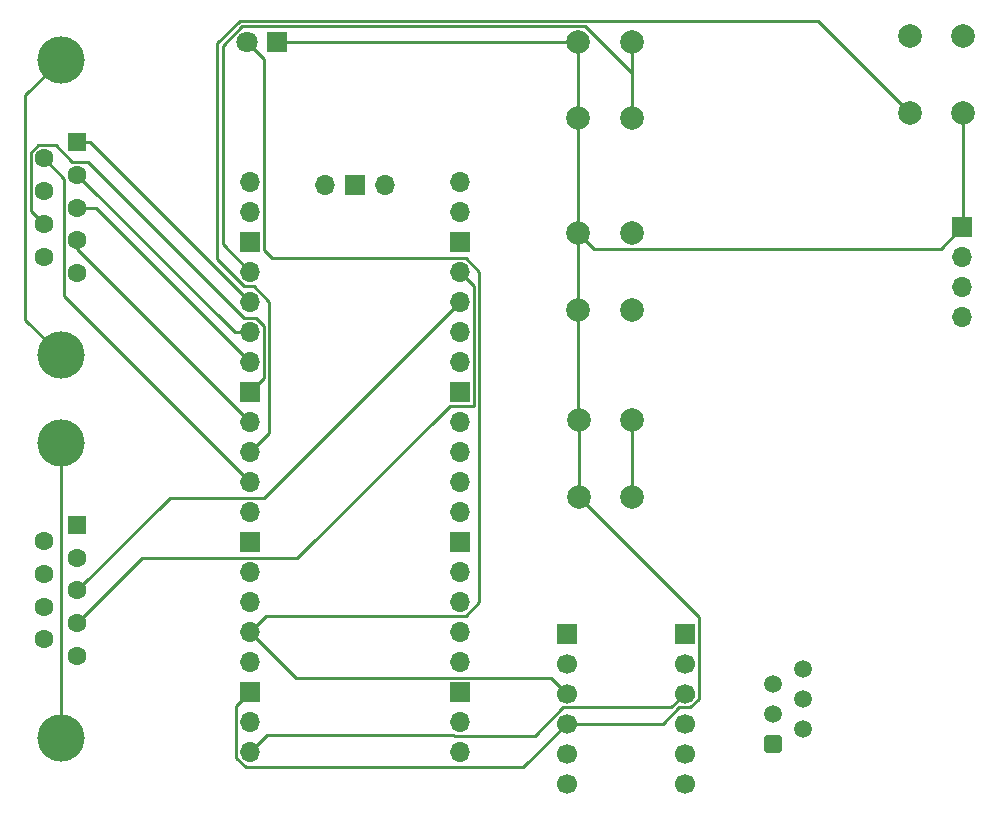
<source format=gbl>
G04 #@! TF.GenerationSoftware,KiCad,Pcbnew,9.0.5*
G04 #@! TF.CreationDate,2026-01-02T00:08:48+00:00*
G04 #@! TF.ProjectId,PIKBD,50494b42-442e-46b6-9963-61645f706362,2.2*
G04 #@! TF.SameCoordinates,Original*
G04 #@! TF.FileFunction,Copper,L2,Bot*
G04 #@! TF.FilePolarity,Positive*
%FSLAX46Y46*%
G04 Gerber Fmt 4.6, Leading zero omitted, Abs format (unit mm)*
G04 Created by KiCad (PCBNEW 9.0.5) date 2026-01-02 00:08:48*
%MOMM*%
%LPD*%
G01*
G04 APERTURE LIST*
G04 Aperture macros list*
%AMRoundRect*
0 Rectangle with rounded corners*
0 $1 Rounding radius*
0 $2 $3 $4 $5 $6 $7 $8 $9 X,Y pos of 4 corners*
0 Add a 4 corners polygon primitive as box body*
4,1,4,$2,$3,$4,$5,$6,$7,$8,$9,$2,$3,0*
0 Add four circle primitives for the rounded corners*
1,1,$1+$1,$2,$3*
1,1,$1+$1,$4,$5*
1,1,$1+$1,$6,$7*
1,1,$1+$1,$8,$9*
0 Add four rect primitives between the rounded corners*
20,1,$1+$1,$2,$3,$4,$5,0*
20,1,$1+$1,$4,$5,$6,$7,0*
20,1,$1+$1,$6,$7,$8,$9,0*
20,1,$1+$1,$8,$9,$2,$3,0*%
G04 Aperture macros list end*
G04 #@! TA.AperFunction,ComponentPad*
%ADD10C,4.000000*%
G04 #@! TD*
G04 #@! TA.AperFunction,ComponentPad*
%ADD11R,1.600000X1.600000*%
G04 #@! TD*
G04 #@! TA.AperFunction,ComponentPad*
%ADD12C,1.600000*%
G04 #@! TD*
G04 #@! TA.AperFunction,ComponentPad*
%ADD13C,2.000000*%
G04 #@! TD*
G04 #@! TA.AperFunction,ComponentPad*
%ADD14R,1.700000X1.700000*%
G04 #@! TD*
G04 #@! TA.AperFunction,ComponentPad*
%ADD15C,1.700000*%
G04 #@! TD*
G04 #@! TA.AperFunction,ComponentPad*
%ADD16O,1.700000X1.700000*%
G04 #@! TD*
G04 #@! TA.AperFunction,ComponentPad*
%ADD17RoundRect,0.250000X0.510000X-0.510000X0.510000X0.510000X-0.510000X0.510000X-0.510000X-0.510000X0*%
G04 #@! TD*
G04 #@! TA.AperFunction,ComponentPad*
%ADD18C,1.520000*%
G04 #@! TD*
G04 #@! TA.AperFunction,ComponentPad*
%ADD19R,1.800000X1.800000*%
G04 #@! TD*
G04 #@! TA.AperFunction,ComponentPad*
%ADD20C,1.800000*%
G04 #@! TD*
G04 #@! TA.AperFunction,Conductor*
%ADD21C,0.250000*%
G04 #@! TD*
G04 APERTURE END LIST*
D10*
X110420000Y-65545000D03*
X110420000Y-90545000D03*
D11*
X111840000Y-72505000D03*
D12*
X111840000Y-75275000D03*
X111840000Y-78045000D03*
X111840000Y-80815000D03*
X111840000Y-83585000D03*
X109000000Y-73890000D03*
X109000000Y-76660000D03*
X109000000Y-79430000D03*
X109000000Y-82200000D03*
D13*
X158760000Y-80190000D03*
X158760000Y-86690000D03*
X154260000Y-80190000D03*
X154260000Y-86690000D03*
X182300000Y-70000000D03*
X182300000Y-63500000D03*
X186800000Y-70000000D03*
X186800000Y-63500000D03*
D14*
X163260000Y-114114812D03*
D15*
X163260000Y-116654812D03*
X163260000Y-119194812D03*
X163260000Y-121734812D03*
X163260000Y-124274812D03*
X163260000Y-126814812D03*
D14*
X186750000Y-79680000D03*
D16*
X186750000Y-82220000D03*
X186750000Y-84760000D03*
X186750000Y-87300000D03*
D14*
X153260000Y-114114812D03*
D15*
X153260000Y-116654812D03*
X153260000Y-119194812D03*
X153260000Y-121734812D03*
X153260000Y-124274812D03*
X153260000Y-126814812D03*
D16*
X144241324Y-124135000D03*
X144241324Y-121595000D03*
D14*
X144241324Y-119055000D03*
D16*
X144241324Y-116515000D03*
X144241324Y-113975000D03*
X144241324Y-111435000D03*
X144241324Y-108895000D03*
D14*
X144241324Y-106355000D03*
D16*
X144241324Y-103815000D03*
X144241324Y-101275000D03*
X144241324Y-98735000D03*
X144241324Y-96195000D03*
D14*
X144241324Y-93655000D03*
D16*
X144241324Y-91115000D03*
X144241324Y-88575000D03*
X144241324Y-86035000D03*
X144241324Y-83495000D03*
D14*
X144241324Y-80955000D03*
D16*
X144241324Y-78415000D03*
X144241324Y-75875000D03*
X126461324Y-75875000D03*
X126461324Y-78415000D03*
D14*
X126461324Y-80955000D03*
D16*
X126461324Y-83495000D03*
X126461324Y-86035000D03*
X126461324Y-88575000D03*
X126461324Y-91115000D03*
D14*
X126461324Y-93655000D03*
D16*
X126461324Y-96195000D03*
X126461324Y-98735000D03*
X126461324Y-101275000D03*
X126461324Y-103815000D03*
D14*
X126461324Y-106355000D03*
D16*
X126461324Y-108895000D03*
X126461324Y-111435000D03*
X126461324Y-113975000D03*
X126461324Y-116515000D03*
D14*
X126461324Y-119055000D03*
D16*
X126461324Y-121595000D03*
X126461324Y-124135000D03*
X137891324Y-76105000D03*
D14*
X135351324Y-76105000D03*
D16*
X132811324Y-76105000D03*
D17*
X170710000Y-123460000D03*
D18*
X173250000Y-122190000D03*
X170710000Y-120920000D03*
X173250000Y-119650000D03*
X170710000Y-118380000D03*
X173250000Y-117110000D03*
D13*
X158760000Y-64000000D03*
X158760000Y-70500000D03*
X154260000Y-64000000D03*
X154260000Y-70500000D03*
D19*
X128740000Y-64000000D03*
D20*
X126200000Y-64000000D03*
D10*
X110420000Y-97945000D03*
X110420000Y-122945000D03*
D11*
X111840000Y-104905000D03*
D12*
X111840000Y-107675000D03*
X111840000Y-110445000D03*
X111840000Y-113215000D03*
X111840000Y-115985000D03*
X109000000Y-106290000D03*
X109000000Y-109060000D03*
X109000000Y-111830000D03*
X109000000Y-114600000D03*
D13*
X158830000Y-96070000D03*
X158830000Y-102570000D03*
X154330000Y-96070000D03*
X154330000Y-102570000D03*
D21*
X186800000Y-70000000D02*
X186800000Y-79630000D01*
X163747116Y-120370812D02*
X162772884Y-120370812D01*
X154260000Y-80190000D02*
X154260000Y-86690000D01*
X186750000Y-79680000D02*
X184914000Y-81516000D01*
X154330000Y-102570000D02*
X164436000Y-112676000D01*
X154260000Y-86690000D02*
X154260000Y-96000000D01*
X164436000Y-119681928D02*
X163747116Y-120370812D01*
X154260000Y-70500000D02*
X154260000Y-80190000D01*
X164436000Y-112676000D02*
X164436000Y-119681928D01*
X186800000Y-79630000D02*
X186750000Y-79680000D01*
X149544000Y-125450812D02*
X153260000Y-121734812D01*
X155586000Y-81516000D02*
X154260000Y-80190000D01*
X125285324Y-124622116D02*
X126114020Y-125450812D01*
X162772884Y-120370812D02*
X161408884Y-121734812D01*
X161408884Y-121734812D02*
X153260000Y-121734812D01*
X126114020Y-125450812D02*
X149544000Y-125450812D01*
X154260000Y-96000000D02*
X154330000Y-96070000D01*
X126461324Y-119055000D02*
X125285324Y-120231000D01*
X184914000Y-81516000D02*
X155586000Y-81516000D01*
X128740000Y-64000000D02*
X154260000Y-64000000D01*
X125285324Y-120231000D02*
X125285324Y-124622116D01*
X154330000Y-96070000D02*
X154330000Y-102570000D01*
X154260000Y-64000000D02*
X154260000Y-70500000D01*
X151944188Y-117879000D02*
X153260000Y-119194812D01*
X126200000Y-64000000D02*
X127637324Y-65437324D01*
X130365324Y-117879000D02*
X151944188Y-117879000D01*
X144728440Y-112611000D02*
X127825324Y-112611000D01*
X127825324Y-112611000D02*
X126461324Y-113975000D01*
X128355648Y-82319000D02*
X144728440Y-82319000D01*
X144728440Y-82319000D02*
X145868324Y-83458884D01*
X127637324Y-81600676D02*
X128355648Y-82319000D01*
X145868324Y-83458884D02*
X145868324Y-111471116D01*
X127637324Y-65437324D02*
X127637324Y-81600676D01*
X126461324Y-113975000D02*
X130365324Y-117879000D01*
X145868324Y-111471116D02*
X144728440Y-112611000D01*
X152960884Y-120370812D02*
X162084000Y-120370812D01*
X143712208Y-122729000D02*
X143754208Y-122771000D01*
X163985000Y-119194812D02*
X163985000Y-119495118D01*
X126461324Y-124135000D02*
X127867324Y-122729000D01*
X143754208Y-122771000D02*
X150560696Y-122771000D01*
X162084000Y-120370812D02*
X163260000Y-119194812D01*
X163260000Y-119194812D02*
X163985000Y-119194812D01*
X150560696Y-122771000D02*
X152960884Y-120370812D01*
X127867324Y-122729000D02*
X143712208Y-122729000D01*
X110420000Y-90545000D02*
X107423000Y-87548000D01*
X107423000Y-68542000D02*
X110420000Y-65545000D01*
X107423000Y-87548000D02*
X107423000Y-68542000D01*
X112931324Y-72505000D02*
X126461324Y-86035000D01*
X111840000Y-72505000D02*
X112931324Y-72505000D01*
X111840000Y-75275000D02*
X125140000Y-88575000D01*
X125140000Y-88575000D02*
X126461324Y-88575000D01*
X111840000Y-78045000D02*
X113391324Y-78045000D01*
X113391324Y-78045000D02*
X126461324Y-91115000D01*
X111840000Y-81573676D02*
X126461324Y-96195000D01*
X111840000Y-80815000D02*
X111840000Y-81573676D01*
X124136201Y-64329973D02*
X124136201Y-81169877D01*
X125792174Y-62674000D02*
X124136201Y-64329973D01*
X158760000Y-70500000D02*
X158760000Y-66624752D01*
X158760000Y-64000000D02*
X158760000Y-70500000D01*
X124136201Y-81169877D02*
X126461324Y-83495000D01*
X158760000Y-66624752D02*
X154809248Y-62674000D01*
X154809248Y-62674000D02*
X125792174Y-62674000D01*
X158830000Y-102570000D02*
X158830000Y-96070000D01*
X110714000Y-75604000D02*
X110714000Y-85527676D01*
X109000000Y-73890000D02*
X110714000Y-75604000D01*
X110714000Y-85527676D02*
X126461324Y-101275000D01*
X107874000Y-73423595D02*
X108533595Y-72764000D01*
X109000000Y-79430000D02*
X107874000Y-78304000D01*
X126948440Y-87399000D02*
X127637324Y-88087884D01*
X127637324Y-92479000D02*
X126461324Y-93655000D01*
X109988595Y-72764000D02*
X111373595Y-74149000D01*
X127637324Y-88087884D02*
X127637324Y-92479000D01*
X112724208Y-74149000D02*
X125974208Y-87399000D01*
X108533595Y-72764000D02*
X109988595Y-72764000D01*
X107874000Y-78304000D02*
X107874000Y-73423595D01*
X111373595Y-74149000D02*
X112724208Y-74149000D01*
X125974208Y-87399000D02*
X126948440Y-87399000D01*
X110420000Y-122945000D02*
X110420000Y-97945000D01*
X128088324Y-85998884D02*
X128088324Y-97108000D01*
X174523000Y-62223000D02*
X125605364Y-62223000D01*
X123685201Y-82381993D02*
X125974208Y-84671000D01*
X126760440Y-84671000D02*
X128088324Y-85998884D01*
X125605364Y-62223000D02*
X123685201Y-64143163D01*
X182300000Y-70000000D02*
X174523000Y-62223000D01*
X125974208Y-84671000D02*
X126760440Y-84671000D01*
X123685201Y-64143163D02*
X123685201Y-82381993D01*
X128088324Y-97108000D02*
X126461324Y-98735000D01*
X111840000Y-110445000D02*
X119646000Y-102639000D01*
X127637324Y-102639000D02*
X144241324Y-86035000D01*
X119646000Y-102639000D02*
X127637324Y-102639000D01*
X143343812Y-94831000D02*
X145417324Y-94831000D01*
X130455812Y-107719000D02*
X143343812Y-94831000D01*
X117336000Y-107719000D02*
X130455812Y-107719000D01*
X145417324Y-94831000D02*
X145417324Y-84671000D01*
X145417324Y-84671000D02*
X144241324Y-83495000D01*
X111840000Y-113215000D02*
X117336000Y-107719000D01*
M02*

</source>
